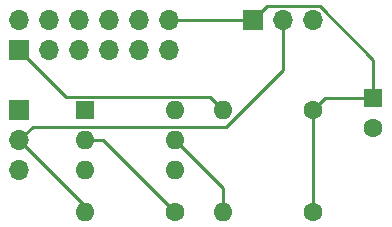
<source format=gbr>
%TF.GenerationSoftware,KiCad,Pcbnew,6.0.4-1.fc35*%
%TF.CreationDate,2022-05-01T22:12:07+02:00*%
%TF.ProjectId,raspi_water_counter,72617370-695f-4776-9174-65725f636f75,rev?*%
%TF.SameCoordinates,Original*%
%TF.FileFunction,Copper,L1,Top*%
%TF.FilePolarity,Positive*%
%FSLAX46Y46*%
G04 Gerber Fmt 4.6, Leading zero omitted, Abs format (unit mm)*
G04 Created by KiCad (PCBNEW 6.0.4-1.fc35) date 2022-05-01 22:12:07*
%MOMM*%
%LPD*%
G01*
G04 APERTURE LIST*
%TA.AperFunction,ComponentPad*%
%ADD10R,1.700000X1.700000*%
%TD*%
%TA.AperFunction,ComponentPad*%
%ADD11O,1.700000X1.700000*%
%TD*%
%TA.AperFunction,ComponentPad*%
%ADD12C,1.600000*%
%TD*%
%TA.AperFunction,ComponentPad*%
%ADD13O,1.600000X1.600000*%
%TD*%
%TA.AperFunction,ComponentPad*%
%ADD14R,1.600000X1.600000*%
%TD*%
%TA.AperFunction,Conductor*%
%ADD15C,0.250000*%
%TD*%
G04 APERTURE END LIST*
D10*
%TO.P,J1,1,Pin_1*%
%TO.N,+5V*%
X112268000Y-56388000D03*
D11*
%TO.P,J1,2,Pin_2*%
%TO.N,D2*%
X112268000Y-58928000D03*
%TO.P,J1,3,Pin_3*%
%TO.N,GND*%
X112268000Y-61468000D03*
%TD*%
D10*
%TO.P,J3,1,Pin_1*%
%TO.N,D1*%
X132080000Y-48768000D03*
D11*
%TO.P,J3,2,Pin_2*%
%TO.N,D2*%
X134620000Y-48768000D03*
%TO.P,J3,3,Pin_3*%
%TO.N,GND*%
X137160000Y-48768000D03*
%TD*%
D12*
%TO.P,R3,1*%
%TO.N,D1*%
X137160000Y-56388000D03*
D13*
%TO.P,R3,2*%
%TO.N,+3V3*%
X129540000Y-56388000D03*
%TD*%
D14*
%TO.P,U1,1*%
%TO.N,+5V*%
X117856000Y-56388000D03*
D13*
%TO.P,U1,2*%
%TO.N,Net-(R1-Pad1)*%
X117856000Y-58928000D03*
%TO.P,U1,3,NC*%
%TO.N,unconnected-(U1-Pad3)*%
X117856000Y-61468000D03*
%TO.P,U1,4*%
%TO.N,GND*%
X125476000Y-61468000D03*
%TO.P,U1,5*%
%TO.N,Net-(R2-Pad2)*%
X125476000Y-58928000D03*
%TO.P,U1,6*%
%TO.N,unconnected-(U1-Pad6)*%
X125476000Y-56388000D03*
%TD*%
D12*
%TO.P,R1,1*%
%TO.N,Net-(R1-Pad1)*%
X125476000Y-65024000D03*
D13*
%TO.P,R1,2*%
%TO.N,D2*%
X117856000Y-65024000D03*
%TD*%
D12*
%TO.P,R2,1*%
%TO.N,D1*%
X137160000Y-65024000D03*
D13*
%TO.P,R2,2*%
%TO.N,Net-(R2-Pad2)*%
X129540000Y-65024000D03*
%TD*%
D14*
%TO.P,C1,1*%
%TO.N,D1*%
X142240000Y-55372000D03*
D12*
%TO.P,C1,2*%
%TO.N,GND*%
X142240000Y-57872000D03*
%TD*%
D10*
%TO.P,J2,1,Pin_1*%
%TO.N,+3V3*%
X112268000Y-51308000D03*
D11*
%TO.P,J2,2,Pin_2*%
%TO.N,unconnected-(J2-Pad2)*%
X112268000Y-48768000D03*
%TO.P,J2,3,Pin_3*%
%TO.N,unconnected-(J2-Pad3)*%
X114808000Y-51308000D03*
%TO.P,J2,4,Pin_4*%
%TO.N,+5V*%
X114808000Y-48768000D03*
%TO.P,J2,5,Pin_5*%
%TO.N,unconnected-(J2-Pad5)*%
X117348000Y-51308000D03*
%TO.P,J2,6,Pin_6*%
%TO.N,GND*%
X117348000Y-48768000D03*
%TO.P,J2,7,Pin_7*%
%TO.N,unconnected-(J2-Pad7)*%
X119888000Y-51308000D03*
%TO.P,J2,8,Pin_8*%
%TO.N,unconnected-(J2-Pad8)*%
X119888000Y-48768000D03*
%TO.P,J2,9,Pin_9*%
%TO.N,unconnected-(J2-Pad9)*%
X122428000Y-51308000D03*
%TO.P,J2,10,Pin_10*%
%TO.N,unconnected-(J2-Pad10)*%
X122428000Y-48768000D03*
%TO.P,J2,11,Pin_11*%
%TO.N,unconnected-(J2-Pad11)*%
X124968000Y-51308000D03*
%TO.P,J2,12,Pin_12*%
%TO.N,D1*%
X124968000Y-48768000D03*
%TD*%
D15*
%TO.N,D1*%
X133255001Y-47592999D02*
X132080000Y-48768000D01*
X138176000Y-55372000D02*
X137160000Y-56388000D01*
X142240000Y-52108998D02*
X137724001Y-47592999D01*
X142240000Y-55372000D02*
X138176000Y-55372000D01*
X124968000Y-48768000D02*
X132080000Y-48768000D01*
X137160000Y-56388000D02*
X137160000Y-65024000D01*
X142240000Y-55372000D02*
X142240000Y-52108998D01*
X137724001Y-47592999D02*
X133255001Y-47592999D01*
%TO.N,D2*%
X112268000Y-58928000D02*
X113393001Y-57802999D01*
X112268000Y-58928000D02*
X117856000Y-64516000D01*
X117856000Y-64516000D02*
X117856000Y-65024000D01*
X113393001Y-57802999D02*
X129790003Y-57802999D01*
X129790003Y-57802999D02*
X134620000Y-52973002D01*
X134620000Y-52973002D02*
X134620000Y-48768000D01*
%TO.N,+3V3*%
X116222999Y-55262999D02*
X128414999Y-55262999D01*
X112268000Y-51308000D02*
X116222999Y-55262999D01*
X128414999Y-55262999D02*
X129540000Y-56388000D01*
%TO.N,Net-(R1-Pad1)*%
X117856000Y-58928000D02*
X119380000Y-58928000D01*
X119380000Y-58928000D02*
X125476000Y-65024000D01*
%TO.N,Net-(R2-Pad2)*%
X129540000Y-62992000D02*
X129540000Y-65024000D01*
X125476000Y-58928000D02*
X129540000Y-62992000D01*
%TD*%
M02*

</source>
